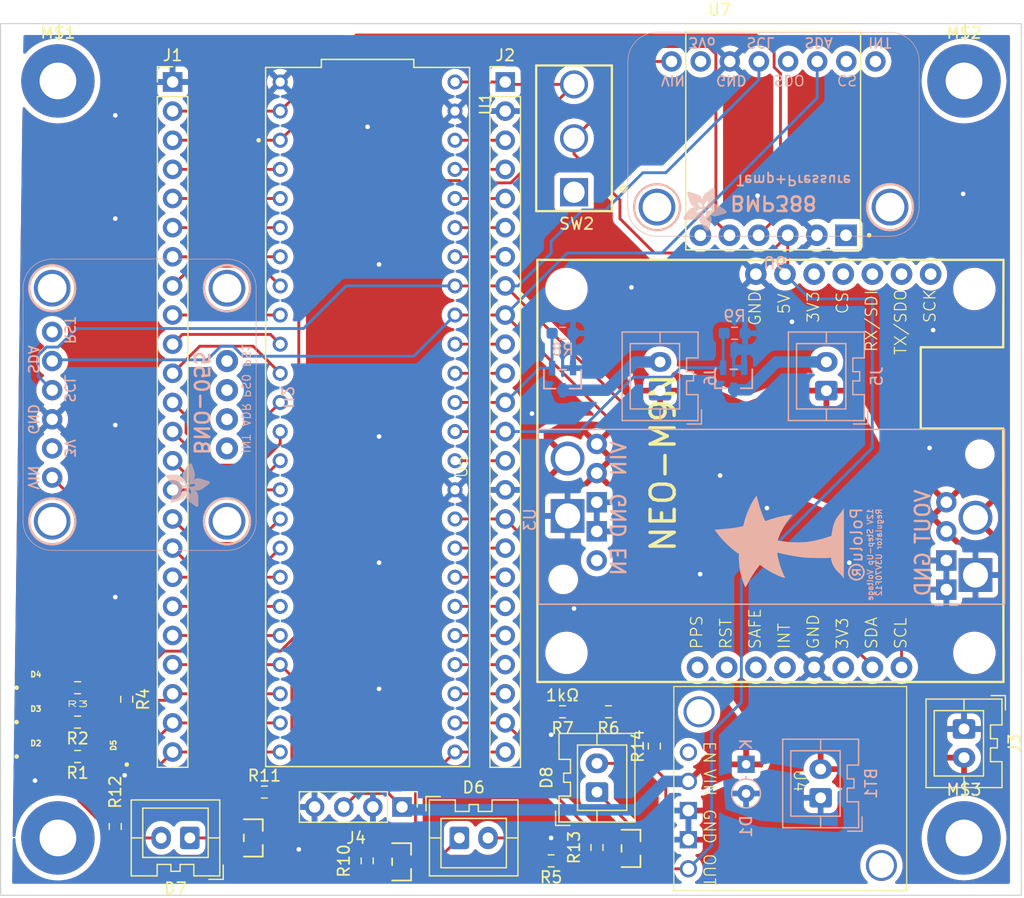
<source format=kicad_pcb>
(kicad_pcb (version 20221018) (generator pcbnew)
  (layers (0 "F.Cu" signal) (31 "B.Cu" signal) (34 "B.Paste" user) (35 "F.Paste" user) (36 "B.SilkS" user "B.Silkscreen") (37 "F.SilkS" user "F.Silkscreen") (38 "B.Mask" user) (39 "F.Mask" user) (44 "Edge.Cuts" user))
  (net 0 "")
  (net 1 "GND")
  (net 2 "/T0")
  (net 3 "/T2")
  (net 4 "/T3")
  (net 5 "/T4")
  (net 6 "/T5")
  (net 7 "/T6")
  (net 8 "/T7")
  (net 9 "/T8")
  (net 10 "/T9")
  (net 11 "/T10")
  (net 12 "/T11")
  (net 13 "/T12")
  (net 14 "/T3V3")
  (net 15 "/T25")
  (net 16 "/T26")
  (net 17 "/T27")
  (net 18 "/T28")
  (net 19 "/T29")
  (net 20 "/T30")
  (net 21 "/T31")
  (net 22 "/T32")
  (net 23 "+5V")
  (net 24 "/KSBatt")
  (net 25 "/T22")
  (net 26 "/T21")
  (net 27 "/T20")
  (net 28 "/SCL")
  (net 29 "/SDA")
  (net 30 "/T17")
  (net 31 "/T16")
  (net 32 "/T24")
  (net 33 "/T40")
  (net 34 "/T39")
  (net 35 "/T38")
  (net 36 "/T37")
  (net 37 "/T36")
  (net 38 "/T35")
  (net 39 "/T34")
  (net 40 "/T33")
  (net 41 "Net-(BT1-+)")
  (net 49 "+12V")
  (net 50 "Net-(J5-Pin_2)")
  (net 51 "Net-(J6-Pin_2)")
  (net 52 "/PWM1")
  (net 53 "/PWM2")
  (net 54 "Net-(D2-A)")
  (net 55 "Net-(D3-A)")
  (net 56 "Net-(D4-A)")
  (net 57 "TPwr")
  (net 58 "Net-(D5-A)")
  (net 60 "+BATT")
  (net 62 "Net-(D6-A)")
  (net 63 "/RX")
  (net 64 "/BADC")
  (net 67 "unconnected-(U5-SAFE-Pad3)")
  (net 68 "unconnected-(U5-INT-Pad4)")
  (net 81 "Net-(D6-K)")
  (net 82 "Net-(D7-K)")
  (net 83 "Net-(D7-A)")
  (net 84 "Net-(D8-K)")
  (net 85 "Net-(D8-A)")
  (net 86 "/T13")
  (net 87 "/T23")
  (footprint "MountingHole:MountingHole_3.2mm_M3_Pad" (layer "F.Cu") (at 119 118)
    (fp_text reference "M$3")
    (fp_text value "MountingHole_3.2mm_M3_Pad" hide)
  )
  (footprint "0603LED:LED_150060VS55040" (layer "F.Cu") (at 46 110 90)
    (fp_text reference "D5")
    (fp_text value "RLED")
  )
  (footprint "Resistor_SMD:R_0603_1608Metric_Pad0.98x0.95mm_HandSolder" (layer "F.Cu") (at 92 110 90)
    (fp_text reference "R14")
    (fp_text value "5Ω" hide)
  )
  (footprint "0603LED:LED_150060VS55040" (layer "F.Cu") (at 38 104.9)
    (fp_text reference "D4")
    (fp_text value "YLED" hide)
  )
  (footprint "Resistor_SMD:R_0603_1608Metric_Pad0.98x0.95mm_HandSolder" (layer "F.Cu") (at 41.7125 107.9 180)
    (fp_text reference "R2")
    (fp_text value "5Ω" hide)
  )
  (footprint "Connector_JST:JST_XA_B02B-XASK-1_1x02_P2.50mm_Vertical" (layer "F.Cu") (at 75 118)
    (fp_text reference "D6")
    (fp_text value "LED")
  )
  (footprint "Connector_JST:JST_XA_B02B-XASK-1_1x02_P2.50mm_Vertical" (layer "F.Cu") (at 87 114 90)
    (fp_text reference "D8")
    (fp_text value "LED")
  )
  (footprint "Connector_PinHeader_2.54mm:PinHeader_1x24_P2.54mm_Vertical" (layer "F.Cu") (at 79 52.09)
    (fp_text reference "J2")
    (fp_text value "Teensy Shield Right" hide)
  )
  (footprint "SHC Part 2:NEO-M9N" (layer "F.Cu") (at 75.7062 85.6317 90)
    (fp_text reference "U5")
    (fp_text value "NEO-M9N")
  )
  (footprint "SHC Part 2:OpenLog_DEV-13712" (layer "F.Cu") (at 102.3625 57.2)
    (fp_text reference "U7")
    (fp_text value "DEV-13712")
  )
  (footprint "Resistor_SMD:R_0603_1608Metric_Pad0.98x0.95mm_HandSolder" (layer "F.Cu") (at 41.7125 104.9 180)
    (fp_text reference "R3")
    (fp_text value "65Ω" hide)
  )
  (footprint "Resistor_SMD:R_0603_1608Metric_Pad0.98x0.95mm_HandSolder" (layer "F.Cu") (at 87 118.829998 -90)
    (fp_text reference "R13")
    (fp_text value "10k" hide)
  )
  (footprint "Resistor_SMD:R_0603_1608Metric_Pad0.98x0.95mm_HandSolder" (layer "F.Cu") (at 84 107 180)
    (fp_text reference "R7")
    (fp_text value "1kΩ")
  )
  (footprint "1101M Switch:SW_1101M2S3CQE2" (layer "F.Cu") (at 85 57 180)
    (fp_text reference "SW2")
    (fp_text value "Pwr Sw")
  )
  (footprint "Connector_JST:JST_XA_B02B-XASK-1_1x02_P2.50mm_Vertical" (layer "F.Cu") (at 51.5 118 180)
    (fp_text reference "D7")
    (fp_text value "LED")
  )
  (footprint "Resistor_SMD:R_0603_1608Metric_Pad0.98x0.95mm_HandSolder" (layer "F.Cu") (at 41.7125 110.9 180)
    (fp_text reference "R1")
    (fp_text value "5Ω" hide)
  )
  (footprint "Connector_PinHeader_2.54mm:PinHeader_1x04_P2.54mm_Vertical" (layer "F.Cu") (at 70 115.3 -90)
    (fp_text reference "J4")
    (fp_text value "Pwr Conn")
  )
  (footprint "Resistor_SMD:R_0603_1608Metric_Pad0.98x0.95mm_HandSolder" (layer "F.Cu") (at 45 117 90)
    (fp_text reference "R12")
    (fp_text value "5Ω" hide)
  )
  (footprint "Resistor_SMD:R_0603_1608Metric_Pad0.98x0.95mm_HandSolder" (layer "F.Cu") (at 83 120 180)
    (fp_text reference "R5")
    (fp_text value "5Ω" hide)
  )
  (footprint "MountingHole:MountingHole_3.2mm_M3_Pad" (layer "F.Cu") (at 40 118)
    (fp_text reference "M$4" hide)
    (fp_text value "MountingHole_3.2mm_M3_Pad" hide)
  )
  (footprint "Connector_JST:JST_XA_B02B-XASK-1_1x02_P2.50mm_Vertical" (layer "F.Cu") (at 119 108.5 -90)
    (fp_text reference "J3")
    (fp_text value "Conn")
  )
  (footprint "Resistor_SMD:R_0603_1608Metric_Pad0.98x0.95mm_HandSolder" (layer "F.Cu") (at 46 105.9125 -90)
    (fp_text reference "R4")
    (fp_text value "150Ω")
  )
  (footprint "SHC:SOT23_DMG3406_DIO" (layer "F.Cu") (at 89.9652 118.914999 -90)
    (fp_text reference "Q5" hide)
    (fp_text value "NMOS" hide)
  )
  (footprint "0603LED:LED_150060VS55040" (layer "F.Cu") (at 38 107.9)
    (fp_text reference "D3")
    (fp_text value "BLED" hide)
  )
  (footprint "MountingHole:MountingHole_3.2mm_M3_Pad" (layer "F.Cu") (at 40 52)
    (fp_text reference "M$1")
    (fp_text value "MountingHole_3.2mm_M3_Pad" hide)
  )
  (footprint "0603LED:LED_150060VS55040" (layer "F.Cu") (at 38 110.9)
    (fp_text reference "D2")
    (fp_text value "GLED" hide)
  )
  (footprint "SHC:SOT23_DMG3406_DIO" (layer "F.Cu") (at 57.0348 118 -90)
    (fp_text reference "Q4" hide)
    (fp_text value "NMOS" hide)
  )
  (footprint "Resistor_SMD:R_0603_1608Metric_Pad0.98x0.95mm_HandSolder" (layer "F.Cu") (at 58 114)
    (fp_text reference "R11")
    (fp_text value "10k")
  )
  (footprint "SHC:Pololu 5v Reg" (layer "F.Cu") (at 104 112.5 -90)
    (fp_text reference "U4")
    (fp_text value "D24V50F5" hide)
  )
  (footprint "Resistor_SMD:R_0603_1608Metric_Pad0.98x0.95mm_HandSolder" (layer "F.Cu") (at 88 107 180)
    (fp_text reference "R6")
    (fp_text value "5000Ω")
  )
  (footprint "Teensy 4.1:MODULE_Teensy4-1" (layer "F.Cu") (at 67 81.3 -90)
    (fp_text reference "U1")
    (fp_text value "Teensy 4.1 - Microcontroller")
  )
  (footprint "MountingHole:MountingHole_3.2mm_M3_Pad" (layer "F.Cu") (at 119 52)
    (fp_text reference "M$2")
    (fp_text value "MountingHole_3.2mm_M3_Pad" hide)
  )
  (footprint "Connector_PinHeader_2.54mm:PinHeader_1x24_P2.54mm_Vertical" (layer "F.Cu") (at 50 52.09)
    (fp_text reference "J1")
    (fp_text value "Teensy Shield Left" hide)
  )
  (footprint "Resistor_SMD:R_0603_1608Metric_Pad0.98x0.95mm_HandSolder" (layer "F.Cu") (at 66.9652 120 -90)
    (fp_text reference "R10")
    (fp_text value "10k" hide)
  )
  (footprint "SHC:SOT23_DMG3406_DIO" (layer "F.Cu") (at 69.9652 120.085001 -90)
    (fp_text reference "Q3" hide)
    (fp_text value "NMOS" hide)
  )
  (footprint "SHC:SOT23_DMG3406_DIO" (layer "B.Cu") (at 84 78)
    (fp_text reference "Q2" hide)
    (fp_text value "NMOS" hide)
  )
  (footprint "Connector_JST:JST_XA_B02B-XASK-1_1x02_P2.50mm_Vertical" (layer "B.Cu") (at 106.5 114.5 90)
    (fp_text reference "BT1")
    (fp_text value "Battery")
  )
  (footprint "SHC:BNO-055 Stemma Qt" (layer "B.Cu") (at 59.5 79.58 90)
    (fp_text reference "U2")
    (fp_text value "BNO-055")
  )
  (footprint "Resistor_SMD:R_0603_1608Metric_Pad0.98x0.95mm_HandSolder" (layer "B.Cu") (at 84 74)
    (fp_text reference "R8")
    (fp_text value "10k")
  )
  (footprint "SHC:U3V70F12" (layer "B.Cu") (at 81.65 90 -90)
    (fp_text reference "U3")
    (fp_text value "U3V70F12")
  )
  (footprint "SHC:SOT23_DMG3406_DIO" (layer "B.Cu") (at 98.914999 77.9652)
    (fp_text reference "Q1" hide)
    (fp_text value "NMOS" hide)
  )
  (footprint "Resistor_SMD:R_0603_1608Metric_Pad0.98x0.95mm_HandSolder" (layer "B.Cu") (at 99 74)
    (fp_text reference "R9")
    (fp_text value "10k" hide)
  )
  (footprint "Connector_JST:JST_XA_B02B-XASK-1_1x02_P2.50mm_Vertical" (layer "B.Cu") (at 92.5 79 90)
    (fp_text reference "J6")
    (fp_text value "Solenoid #2")
  )
  (footprint "Connector_JST:JST_XA_B02B-XASK-1_1x02_P2.50mm_Vertical" (layer "B.Cu") (at 107 79 90)
    (fp_text reference "J5")
    (fp_text value "Solenoid #1")
  )
  (footprint "SHC:BMP388" (layer "B.Cu") (at 102.5 67.3)
    (fp_text reference "U6")
    (fp_text value "BMP388")
  )
  (footprint "Diode_THT:D_DO-34_SOD68_P2.54mm_Vertical_KathodeUp" (layer "B.Cu") (at 100 111.58467 -90)
    (fp_text reference "D1")
    (fp_text value "10A Diode" hide)
  )
  (gr_rect (start 35 47) (end 124 123) (stroke (width 0.1)) (fill none) (layer "Edge.Cuts"))
  (segment (start 68.9125 120.9125) (end 69 121) (width 0.25) (layer "F.Cu") (net 1))
  (segment (start 87.0875 119.829998) (end 87 119.742498) (width 0.25) (layer "F.Cu") (net 1))
  (segment (start 89 119.829998) (end 87.0875 119.829998) (width 0.25) (layer "F.Cu") (net 1))
  (segment (start 105.9322 65.6953) (end 106.1725 65.455) (width 0.25) (layer "F.Cu") (net 1))
  (segment (start 66.9652 120.9125) (end 68.9125 120.9125) (width 0.25) (layer "F.Cu") (net 1))
  (via (at 116 84) (size 0.8) (drill 0.4) (layers "F.Cu" "B.Cu") (net 1))
  (via (at 101.818987 89.241825) (size 0.8) (drill 0.4) (layers "F.Cu" "B.Cu") (net 1))
  (via (at 101 62) (size 0.8) (drill 0.4) (layers "F.Cu" "B.Cu") (net 1))
  (via (at 68 68) (size 0.8) (drill 0.4) (layers "F.Cu" "B.Cu") (net 1))
  (via (at 96 95) (size 0.8) (drill 0.4) (layers "F.Cu" "B.Cu") (net 1))
  (via (at 116.310516 73.72581) (size 0.8) (drill 0.4) (layers "F.Cu" "B.Cu") (net 1))
  (via (at 67 56) (size 0.8) (drill 0.4) (layers "F.Cu" "B.Cu") (net 1))
  (via (at 83 109) (size 0.8) (drill 0.4) (layers "F.Cu" "B.Cu") (net 1))
  (via (at 109 94) (size 0.8) (drill 0.4) (layers "F.Cu" "B.Cu") (net 1))
  (via (at 90 70) (size 0.8) (drill 0.4) (layers "F.Cu" "B.Cu") (net 1))
  (via (at 83 118) (size 0.8) (drill 0.4) (layers "F.Cu" "B.Cu") (net 1))
  (via (at 81.326874 81) (size 0.8) (drill 0.4) (layers "F.Cu" "B.Cu") (net 1))
  (via (at 68 94) (size 0.8) (drill 0.4) (layers "F.Cu" "B.Cu") (net 1))
  (via (at 68 83) (size 0.8) (drill 0.4) (layers "F.Cu" "B.Cu") (net 1))
  (via (at 45 55) (size 0.8) (drill 0.4) (layers "F.Cu" "B.Cu") (net 1))
  (via (at 85 98) (size 0.8) (drill 0.4) (layers "F.Cu" "B.Cu") (net 1))
  (via (at 68 105) (size 0.8) (drill 0.4) (layers "F.Cu" "B.Cu") (net 1))
  (via (at 45 97) (size 0.8) (drill 0.4) (layers "F.Cu" "B.Cu") (net 1))
  (via (at 38 113) (size 0.8) (drill 0.4) (layers "F.Cu" "B.Cu") (net 1))
  (via (at 45.819183 112.540107) (size 0.8) (drill 0.4) (layers "F.Cu" "B.Cu") (net 1))
  (via (at 97.72842 86.402085) (size 0.8) (drill 0.4) (layers "F.Cu" "B.Cu") (net 1))
  (via (at 118.926404 61.846682) (size 0.8) (drill 0.4) (layers "F.Cu" "B.Cu") (net 1))
  (via (at 61 119) (size 0.8) (drill 0.4) (layers "F.Cu" "B.Cu") (net 1))
  (via (at 45 82) (size 0.8) (drill 0.4) (layers "F.Cu" "B.Cu") (net 1))
  (via (at 45 64) (size 0.8) (drill 0.4) (layers "F.Cu" "B.Cu") (net 1))
  (via (at 104 73) (size 0.8) (drill 0.4) (layers "F.Cu" "B.Cu") (net 1))
  (segment (start 99.829998 77) (end 99.829998 74.082502) (width 0.25) (layer "B.Cu") (net 1))
  (segment (start 84.914999 77.0348) (end 84.914999 74.002499) (width 0.25) (layer "B.Cu") (net 1))
  (segment (start 99.829998 74.082502) (end 99.9125 74) (width 0.25) (layer "B.Cu") (net 1))
  (segment (start 84.914999 74.002499) (end 84.9125 74) (width 0.25) (layer "B.Cu") (net 1))
  (segment (start 99.914999 74.002499) (end 99.9125 74) (width 0.25) (layer "B.Cu") (net 1))
  (segment (start 67 114.84) (end 67.46 115.3) (width 0.25) (layer "B.Cu") (net 1))
  (segment (start 103 63.5475) (end 101.0925 65.455) (width 0.25) (layer "F.Cu") (net 2))
  (segment (start 102.446 50.802856) (end 103 51.356856) (width 0.25) (layer "F.Cu") (net 2))
  (segment (start 102.446 49.551322) (end 102.446 50.802856) (width 0.25) (layer "F.Cu") (net 2))
  (segment (start 66.01 48) (end 100.894678 48) (width 0.25) (layer "F.Cu") (net 2))
  (segment (start 103 51.356856) (end 103 63.5475) (width 0.25) (layer "F.Cu") (net 2))
  (segment (start 59.38 54.63) (end 66.01 48) (width 0.25) (layer "F.Cu") (net 2))
  (segment (start 59.38 54.63) (end 50 54.63) (width 0.25) (layer "F.Cu") (net 2))
  (segment (start 100.894678 48) (end 102.446 49.551322) (width 0.25) (layer "F.Cu") (net 2))
  (segment (start 50 59.71) (end 59.38 59.71) (width 0.25) (layer "F.Cu") (net 3))
  (segment (start 59.38 62.25) (end 50 62.25) (width 0.25) (layer "F.Cu") (net 4))
  (segment (start 50 64.79) (end 59.38 64.79) (width 0.25) (layer "F.Cu") (net 5))
  (segment (start 59.38 67.33) (end 50 67.33) (width 0.25) (layer "F.Cu") (net 6))
  (segment (start 57.655 68.145) (end 59.38 69.87) (width 0.25) (layer "F.Cu") (net 7))
  (segment (start 51.725 68.145) (end 57.655 68.145) (width 0.25) (layer "F.Cu") (net 7))
  (segment (start 50 69.87) (end 51.725 68.145) (width 0.25) (layer "F.Cu") (net 7))
  (segment (start 59.38 72.41) (end 50 72.41) (width 0.25) (layer "F.Cu") (net 8))
  (segment (start 50 74.95) (end 50.85 74.1) (width 0.25) (layer "F.Cu") (net 9))
  (segment (start 58.53 74.1) (end 59.38 74.95) (width 0.25) (layer "F.Cu") (net 9))
  (segment (start 50.85 74.1) (end 58.53 74.1) (width 0.25) (layer "F.Cu") (net 9))
  (segment (start 57.0198 75.1298) (end 59.38 77.49) (width 0.25) (layer "F.Cu") (net 10))
  (segment (start 50 77.49) (end 52.3602 75.1298) (width 0.25) (layer "F.Cu") (net 10))
  (segment (start 52.3602 75.1298) (end 57.0198 75.1298) (width 0.25) (layer "F.Cu") (net 10))
  (segment (start 59.38 80.03) (end 56.313604 83.096396) (width 0.25) (layer "F.Cu") (net 11))
  (segment (start 56.313604 84.736396) (end 55.55 85.5) (width 0.25) (layer "F.Cu") (net 11))
  (segment (start 55.55 85.5) (end 54 85.5) (width 0.25) (layer "F.Cu") (net 11))
  (segment (start 54 85.5) (end 51.175 82.675) (width 0.25) (layer "F.Cu") (net 11))
  (segment (start 56.313604 83.096396) (end 56.313604 84.736396) (width 0.25) (layer "F.Cu") (net 11))
  (segment (start 51.175 81.205) (end 50 80.03) (width 0.25) (layer "F.Cu") (net 11))
  (segment (start 51.175 82.675) (end 51.175 81.205) (width 0.25) (layer "F.Cu") (net 11))
  (segment (start 52 84.57) (end 52 85.5) (width 0.25) (layer "F.Cu") (net 12))
  (segment (start 50 82.57) (end 52 84.57) (width 0.25) (layer "F.Cu") (net 12))
  (segment (start 53 86.5) (end 56.5 86.5) (width 0.25) (layer "F.Cu") (net 12))
  (segment (start 56.5 86.5) (end 59.38 83.62) (width 0.25) (layer "F.Cu") (net 12))
  (segment (start 59.38 83.62) (end 59.38 82.57) (width 0.25) (layer "F.Cu") (net 12))
  (segment (start 52 85.5) (end 53 86.5) (width 0.25) (layer "F.Cu") (net 12))
  (segment (start 59.38 85.11) (end 57.49 87) (width 0.25) (layer "F.Cu") (net 13))
  (segment (start 57.49 87) (end 51.89 87) (width 0.25) (layer "F.Cu") (net 13))
  (segment (start 51.89 87) (end 50 85.11) (width 0.25) (layer "F.Cu") (net 13))
  (segment (start 50 87.65) (end 59.38 87.65) (width 0.25) (layer "F.Cu") (net 14))
  (segment (start 79 57.17) (end 74.62 57.17) (width 0.25) (layer "F.Cu") (net 14))
  (segment (start 51.27 94) (end 58.11 94) (width 0.25) (layer "F.Cu") (net 15))
  (segment (start 58.11 94) (end 59.38 92.73) (width 0.25) (layer "F.Cu") (net 15))
  (segment (start 50 92.73) (end 51.27 94) (width 0.25) (layer "F.Cu") (net 15))
  (segment (start 50 95.27) (end 59.38 95.27) (width 0.25) (layer "F.Cu") (net 16))
  (segment (start 59.38 97.81) (end 50 97.81) (width 0.25) (layer "F.Cu") (net 17))
  (segment (start 50 100.35) (end 59.38 100.35) (width 0.25) (layer "F.Cu") (net 18))
  (segment (start 57.8875 113.2) (end 58.8 113.2) (width 0.25) (layer "F.Cu") (net 19))
  (segment (start 60.398896 111.601104) (end 60.398896 103.908896) (width 0.25) (layer "F.Cu") (net 19))
  (segment (start 56.0696 117.085001) (end 56.0696 115.0179) (width 0.25) (layer "F.Cu") (net 19))
  (segment (start 57.0875 114) (end 57.8875 113.2) (width 0.25) (layer "F.Cu") (net 19))
  (segment (start 56.0696 115.0179) (end 57.0875 114) (width 0.25) (layer "F.Cu") (net 19))
  (segment (start 59.38 102.89) (end 50 102.89) (width 0.25) (layer "F.Cu") (net 19))
  (segment (start 60.398896 103.908896) (end 59.38 102.89) (width 0.25) (layer "F.Cu") (net 19))
  (segment (start 58.8 113.2) (end 60.398896 111.601104) (width 0.25) (layer "F.Cu") (net 19))
  (segment (start 50 105.43) (end 59.38 105.43) (width 0.25) (layer "F.Cu") (net 20))
  (segment (start 42.625 104.9) (end 43.725 106) (width 0.25) (layer "F.Cu") (net 20))
  (segment (start 49.43 106) (end 50 105.43) (width 0.25) (layer "F.Cu") (net 20))
  (segment (start 43.725 106) (end 49.43 106) (width 0.25) (layer "F.Cu") (net 20))
  (segment (start 43.725 109) (end 44.725 109) (width 0.25) (layer "F.Cu") (net 21))
  (segment (start 42.625 107.9) (end 43.725 109) (width 0.25) (layer "F.Cu") (net 21))
  (segment (start 45.3 109.575) (end 45.3 109.925) (width 0.25) (layer "F.Cu") (net 21))
  (segment (start 59.38 107.97) (end 50 107.97) (width 0.25) (layer "F.Cu") (net 21))
  (segment (start 45.375 110) (end 47.97 110) (width 0.25) (layer "F.Cu") (net 21))
  (segment (start 47.97 110) (end 50 107.97) (width 0.25) (layer "F.Cu") (net 21))
  (segment (start 44.725 109) (end 45.3 109.575) (width 0.25) (layer "F.Cu") (net 21))
  (segment (start 45.3 109.925) (end 45.375 110) (width 0.25) (layer "F.Cu") (net 21))
  (segment (start 42.625 111.7625) (end 44.8625 114) (width 0.25) (layer "F.Cu") (net 22))
  (segment (start 42.625 110.9) (end 42.625 111.7625) (width 0.25) (layer "F.Cu") (net 22))
  (segment (start 44.8625 114) (end 46.51 114) (width 0.25) (layer "F.Cu") (net 22))
  (segment (start 46.51 114) (end 50 110.51) (width 0.25) (layer "F.Cu") (net 22))
  (segment (start 50 110.51) (end 59.38 110.51) (width 0.25) (layer "F.Cu") (net 22))
  (segment (start 103.6325 65.455) (end 103.6325 68.602) (width 0.25) (layer "F.Cu") (net 23))
  (segment (start 92 67) (end 102.0875 67) (width 0.25) (layer "F.Cu") (net 23))
  (segment (start 45 121) (end 45.774499 121.774499) (width 0.25) (layer "F.Cu") (net 23))
  (segment (start 41.8125 88.8925) (end 39.5 86.58) (width 0.25) (layer "F.Cu") (net 23))
  (segment (start 45 117.9125) (end 45 121) (width 0.25) (layer "F.Cu") (net 23))
  (segment (start 92 110.9125) (end 92 111.9125) (width 0.25) (layer "F.Cu") (net 23))
  (segment (start 84 121.774499) (end 92.225501 121.774499) (width 0.25) (layer "F.Cu") (net 23))
  (segment (start 89 62.366206) (end 89 64) (width 0.25) (layer "F.Cu") (net 23))
  (segment (start 93 121) (end 93.31 120.69) (width 0.25) (layer "F.Cu") (net 23))
  (segment (start 89 64) (end 92 67) (width 0.25) (layer "F.Cu") (net 23))
  (segment (start 85 58.366206) (end 89 62.366206) (width 0.25) (layer "F.Cu") (net 23))
  (segment (start 92.225501 121.774499) (end 93 121) (width 0.25) (layer "F.Cu") (net 23))
  (segment (start 41.8125 114.725) (end 41.8125 88.8925) (width 0.25) (layer "F.Cu") (net 23))
  (segment (start 92 111.9125) (end 93 112.9125) (width 0.25) (layer "F.Cu") (net 23))
  (segment (start 85 57) (end 85 58.366206) (width 0.25) (layer "F.Cu") (net 23))
  (segment (start 102.0875 67) (end 103.6325 65.455) (width 0.25) (layer "F.Cu") (net 23))
  (segment (start 84 120.0875) (end 84 121.774499) (width 0.25) (layer "F.Cu") (net 23))
  (segment (start 45 117.9125) (end 41.8125 114.725) (width 0.25) (layer "F.Cu") (net 23))
  (segment (start 45.774499 121.774499) (end 84 121.774499) (width 0.25) (layer "F.Cu") (net 23))
  (segment (start 93 121) (end 93 112.9125) (width 0.25) (layer "F.Cu") (net 23))
  (segment (start 93.31 120.69) (end 94.97 120.69) (width 0.25) (layer "F.Cu") (net 23))
  (segment (start 103.6325 68.602) (end 103.3922 68.8423) (width 0.25) (layer "F.Cu") (net 23))
  (segment (start 83.9125 120) (end 84 120.0875) (width 0.25) (layer "F.Cu") (net 23))
  (segment (start 93.5 50.3) (end 91.7 50.3) (width 0.25) (layer "F.Cu") (net 23))
  (segment (start 91.7 50.3) (end 85 57) (width 0.25) (layer "F.Cu") (net 23))
  (segment (start 94.97 120.69) (end 97 118.66) (width 0.25) (layer "B.Cu") (net 23))
  (segment (start 105.5499 71) (end 103.3922 68.8423) (width 0.25) (layer "B.Cu") (net 23))
  (segment (start 99.5874 106.185798) (end 99.5874 95.4126) (width 0.25) (layer "B.Cu") (net 23))
  (segment (start 97 118.66) (end 97 108.773198) (width 0.25) (layer "B.Cu") (net 23))
  (segment (start 99.5874 95.4126) (end 111 84) (width 0.25) (layer "B.Cu") (net 23))
  (segment (start 97 108.773198) (end 99.5874 106.185798) (width 0.25) (layer "B.Cu") (net 23))
  (segment (start 111 71) (end 105.5499 71) (width 0.25) (layer "B.Cu") (net 23))
  (segment (start 111 84) (end 111 71) (width 0.25) (layer "B.Cu") (net 23))
  (segment (start 74.62 62.25) (end 79 62.25) (width 0.25) (layer "F.Cu") (net 25))
  (segment (start 74.62 64.79) (end 79 64.79) (width 0.25) (layer "F.Cu") (net 26))
  (segment (start 74.62 67.33) (end 79 67.33) (width 0.25) (layer "F.Cu") (net 27))
  (segment (start 111 99) (end 108.13 99) (width 0.25) (layer "F.Cu") (net 28))
  (segment (start 108.13 99) (end 79 69.87) (width 0.25) (layer "F.Cu") (net 28))
  (segment (start 113.5522 103.1323) (end 113.5522 101.5522) (width 0.25) (layer "F.Cu") (net 28))
  (segment (start 79 69.87) (end 74.62 69.87) (width 0.25) (layer "F.Cu") (net 28))
  (segment (start 113.5522 101.5522) (end 111 99) (width 0.25) (layer "F.Cu") (net 28))
  (segment (start 38.286 75.917144) (end 38.997144 75.206) (width 0.25) (layer "B.Cu") (net 28))
  (segment (start 83 67) (end 83 66) (width 0.25) (layer "B.Cu") (net 28))
  (segment (start 83 67) (end 80.13 69.87) (width 0.25) (layer "B.Cu") (net 28))
  (segment (start 87.75 63.25) (end 91 60) (width 0.25) (layer "B.Cu") (net 28))
  (segment (start 38.286 77.746) (end 38.286 75.917144) (width 0.25) (layer "B.Cu") (net 28))
  (segment (start 41.623856 73.585) (end 61.415 73.585) (width 0.25) (layer "B.Cu") (net 28))
  (segment (start 101.12 51.88) (end 101.12 50.3) (width 0.25) (layer "B.Cu") (net 28))
  (segment (start 39.5 78.96) (end 38.286 77.746) (width 0.25) (layer "B.Cu") (net 28))
  (segment (start 38.997144 75.206) (end 40.002856 75.206) (width 0.25) (layer "B.Cu") (net 28))
  (segment (start 93 60) (end 101.12 51.88) (width 0.25) (layer "B.Cu") (net 28))
  (segment (start 79 69.87) (end 79.13 69.87) (width 0.25) (layer "B.Cu") (net 28))
  (segment (start 85.75 63.25) (end 87.75 63.25) (width 0.25) (layer "B.Cu") (net 28))
  (segment (start 83 66) (end 85.75 63.25) (width 0.25) (layer "B.Cu") (net 28))
  (segment (start 80.13 69.87) (end 79 69.87) (width 0.25) (layer "B.Cu") (net 28))
  (segment (start 65.13 69.87) (end 74.62 69.87) (width 0.25) (layer "B.Cu") (net 28))
  (segment (start 40.002856 75.206) (end 41.623856 73.585) (width 0.25) (layer "B.Cu") (net 28))
  (segment (start 91 60) (end 93 60) (width 0.25) (layer "B.Cu") (net 28))
  (segment (start 61.415 73.585) (end 65.13 69.87) (width 0.25) (layer "B.Cu") (net 28))
  (segment (start 111.0122 103.0122) (end 111.0122 103.1323) (width 0.25) (layer "F.Cu") (net 29))
  (segment (start 74.62 72.41) (end 79 72.41) (width 0.25) (layer "F.Cu") (net 29))
  (segment (start 90.04 83.45) (end 91.45 83.45) (width 0.25) (layer "F.Cu") (net 29))
  (segment (start 79 72.41) (end 90.04 83.45) (width 0.25) (layer "F.Cu") (net 29))
  (segment (start 91.45 83.45) (end 111.0122 103.0122) (width 0.25) (layer "F.Cu") (net 29))
  (segment (start 55.274419 75.1298) (end 56.144619 76) (width 0.25) (layer "B.Cu") (net 29))
  (segment (start 56.144619 76) (end 71.03 76) (width 0.25) (layer "B.Cu") (net 29))
  (segment (start 71.03 76) (end 74.62 72.41) (width 0.25) (layer "B.Cu") (net 29))
  (segment (start 54.205581 75.1298) (end 55.274419 75.1298) (width 0.25) (layer "B.Cu") (net 29))
  (segment (start 53.020381 76.315) (end 54.205581 75.1298) (width 0.25) (layer "B.Cu") (net 29))
  (segment (start 39.5 76.19) (end 39.5 76.271701) (width 0.25) (layer "B.Cu") (net 29))
  (segment (start 106.2 53.478802) (end 106.2 50.3) (width 0.25) (layer "B.Cu") (net 29))
  (segment (start 84.41 67) (end 92.678802 67) (width 0.25) (layer "B.Cu") (net 29))
  (segment (start 79 72.41) (end 84.41 67) (width 0.25) (layer "B.Cu") (net 29))
  (segment (start 92.678802 67) (end 106.2 53.478802) (width 0.25) (layer "B.Cu") (net 29))
  (segment (start 39.5 76.42) (end 39.605 76.315) (width 0.25) (layer "B.Cu") (net 29))
  (segment (start 39.605 76.315) (end 53.020381 76.315) (width 0.25) (layer "B.Cu") (net 29))
  (segment (start 74.62 74.95) (end 79 74.95) (width 0.25) (layer "F.Cu") (net 30))
  (segment (start 74.62 77.49) (end 79 77.49) (width 0.25) (layer "F.Cu") (net 31))
  (segment (start 50 90.19) (end 52.134484 92.324484) (width 0.25) (layer "F.Cu") (net 32))
  (segment (start 52.134484 92.324484) (end 57.245516 92.324484) (width 0.25) (layer "F.Cu") (net 32))
  (segment (start 57.245516 92.324484) (end 59.38 90.19) (width 0.25) (layer "F.Cu") (net 32))
  (segment (start 74.62 92.73) (end 79 92.73) (width 0.25) (layer "F.Cu") (net 33))
  (segment (start 74.62 95.27) (end 79 95.27) (width 0.25) (layer "F.Cu") (net 34))
  (segment (start 74.62 97.81) (end 79 97.81) (width 0.25) (layer "F.Cu") (net 35))
  (segment (start 74.62 100.35) (end 79 100.35) (width 0.25) (layer "F.Cu") (net 36))
  (segment (start 74.62 102.89) (end 79 102.89) (width 0.25) (layer "F.Cu") (net 37))
  (segment (start 74.62 105.43) (end 79 105.43) (width 0.25) (layer "F.Cu") (net 38))
  (segment (start 87 117.917498) (end 81 111.917498) (width 0.25) (layer "F.Cu") (net 39))
  (segment (start 81 111.917498) (end 81 109.97) (width 0.25) (layer "F.Cu") (net 39))
  (segment (start 81 109.97) (end 79 107.97) (width 0.25) (layer "F.Cu") (net 39))
  (segment (start 87 117.917498) (end 88.917498 117.917498) (width 0.25) (layer "F.Cu") (net 39))
  (segment (start 74.62 107.97) (end 79 107.97) (width 0.25) (layer "F.Cu") (net 39))
  (segment (start 88.917498 117.917498) (end 89 118) (width 0.25) (layer "F.Cu") (net 39))
  (segment (start 68.917498 119.0875) (end 69 119.170002) (width 0.25) (layer "F.Cu") (net 40))
  (segment (start 71.175 116.995002) (end 69 119.170002) (width 0.25) (layer "F.Cu") (net 40))
  (segment (start 66.9652 119.0875) (end 68.917498 119.0875) (width 0.25) (layer "F.Cu") (net 40))
  (segment (start 74.62 110.51) (end 71.175 113.955) (width 0.25) (layer "F.Cu") (net 40))
  (segment (start 74.62 110.51) (end 79 110.51) (width 0.25) (layer "F.Cu") (net 40))
  (segment (start 71.175 113.955) (end 71.175 116.995002) (width 0.25) (layer "F.Cu") (net 40))
  (segment (start 107 76.5) (end 102.644398 76.5) (width 1) (layer "B.Cu") (net 50))
  (segment (start 102.644398 76.5) (end 100.213998 78.9304) (width 1) (layer "B.Cu") (net 50))
  (segment (start 100.213998 78.9304) (end 98.914999 78.9304) (width 1) (layer "B.Cu") (net 50))
  (segment (start 87.868074 78.9652) (end 84 78.9652) (width 1) (layer "B.Cu") (net 51))
  (segment (start 90.333274 76.5) (end 87.868074 78.9652) (width 1) (layer "B.Cu") (net 51))
  (segment (start 92.5 76.5) (end 90.333274 76.5) (width 1) (layer "B.Cu") (net 51))
  (segment (start 74.62 82.57) (end 79 82.57) (width 0.25) (layer "F.Cu") (net 52))
  (segment (start 98 74.0875) (end 98.0875 74) (width 0.25) (layer "B.Cu") (net 52))
  (segment (start 94.288173 77) (end 93.463173 77.825) (width 0.25) (layer "B.Cu") (net 52))
  (segment (start 98 77) (end 98 74.0875) (width 0.25) (layer "B.Cu") (net 52))
  (segment (start 93.463173 77.825) (end 90.175 77.825) (width 0.25) (layer "B.Cu") (net 52))
  (segment (start 90.175 77.825) (end 85.43 82.57) (width 0.25) (layer "B.Cu") (net 52))
  (segment (start 85.43 82.57) (end 79 82.57) (width 0.25) (layer "B.Cu") (net 52))
  (segment (start 98 77) (end 94.288173 77) (width 0.25) (layer "B.Cu") (net 52))
  (segment (start 74.62 80.03) (end 79 80.03) (width 0.25) (layer "F.Cu") (net 53))
  (segment (start 79 80.03) (end 81.9952 77.0348) (width 0.25) (layer "B.Cu") (net 53))
  (segment (start 81.9952 77.0348) (end 83.085001 77.0348) (width 0.25) (layer "B.Cu") (net 53))
  (segment (start 83.085001 74.002499) (end 83.085001 77.0348) (width 0.25) (layer "B.Cu") (net 53))
  (segment (start 83.0875 74) (end 83.085001 74.002499) (width 0.25) (layer "B.Cu") (net 53))
  (segment (start 40.8 110.9) (end 38.8 110.9) (width 0.25) (layer "F.Cu") (net 54))
  (segment (start 38.8 107.9) (end 40.8 107.9) (width 0.25) (layer "F.Cu") (net 55))
  (segment (start 40.8 104.9) (end 38.8 104.9) (width 0.25) (layer "F.Cu") (net 56))
  (segment (start 66.021 60.689) (end 75.025516 60.689) (width 0.25) (layer "F.Cu") (net 57))
  (segment (start 85 52.3) (end 79.21 52.3) (width 0.25) (layer "F.Cu") (net 57))
  (segment (start 83 57.371701) (end 83 54.3) (width 0.25) (layer "F.Cu") (net 57))
  (segment (start 79.486701 60.885) (end 83 57.371701) (width 0.25) (layer "F.Cu") (net 57))
  (segment (start 61 100.114516) (end 61 65.71) (width 0.25) (layer "F.Cu") (net 57))
  (segment (start 75.221516 60.885) (end 79.486701 60.885) (width 0.25) (layer "F.Cu") (net 57))
  (segment (start 74.62 52.09) (end 79 52.09) (width 0.25) (layer "F.Cu") (net 57))
  (segment (start 49.285 101.715) (end 59.399516 101.715) (width 0.25) (layer "F.Cu") (net 57))
  (segment (start 46 105) (end 49.285 101.715) (width 0.25) (layer "F.Cu") (net 57))
  (segment (start 85.79 52.09) (end 86 52.3) (width 0.25) (layer "F.Cu") (net 57))
  (segment (start 79.21 52.3) (end 79 52.09) (width 0.25) (layer "F.Cu") (net 57))
  (segment (start 59.399516 101.715) (end 61 100.114516) (width 0.25) (layer "F.Cu") (net 57))
  (segment (start 75.025516 60.689) (end 75.221516 60.885) (width 0.25) (layer "F.Cu") (net 57))
  (segment (start 83 54.3) (end 85 52.3) (width 0.25) (layer "F.Cu") (net 57))
  (segment (start 61 65.71) (end 66.021 60.689) (width 0.25) (layer "F.Cu") (net 57))
  (segment (start 46 106.825) (end 46 109.2) (width 0.25) (layer "F.Cu") (net 58))
  (segment (start 64.92 115.3) (end 66.095 114.125) (width 0.25) (layer "F.Cu") (net 60))
  (segment (start 66.095 114.125) (end 68.825 114.125) (width 0.25) (layer "F.Cu") (net 60))
  (segment (start 68.825 114.125) (end 70 115.3) (width 0.25) (layer "F.Cu") (net 60))
  (segment (start 88.9125 107) (end 88.9125 107.175) (width 0.25) (layer "F.Cu") (net 60))
  (segment (start 70.25 115.55) (end 70 115.3) (width 1) (layer "B.Cu") (net 60))
  (segment (start 90.45 115.55) (end 70.25 115.55) (width 1) (layer "B.Cu") (net 60))
  (segment (start 94.97 113.07) (end 92.93 113.07) (width 1) (layer "B.Cu") (net 60))
  (segment (start 92.93 113.07) (end 90.45 115.55) (width 1) (layer "B.Cu") (net 60))
  (segment (start 80.0875 118) (end 82.0875 120) (width 0.25) (layer "F.Cu") (net 62))
  (segment (start 77.5 118) (end 80.0875 118) (width 0.25) (layer "F.Cu") (net 62))
  (segment (start 67.55 49) (end 59.38 57.17) (width 0.25) (layer "F.Cu") (net 63))
  (segment (start 97.366 64.2685) (end 97.366 49.656644) (width 0.25) (layer "F.Cu") (net 63))
  (segment (start 59.38 57.17) (end 50 57.17) (width 0.25) (layer "F.Cu") (net 63))
  (segment (start 98.5525 65.455) (end 97.366 64.2685) (width 0.25) (layer "F.Cu") (net 63))
  (segment (start 96.709356 49) (end 67.55 49) (width 0.25) (layer "F.Cu") (net 63))
  (segment (start 97.366 49.656644) (end 96.709356 49) (width 0.25) (layer "F.Cu") (net 63))
  (segment (start 86.0875 107) (end 86 107) (width 0.25) (layer "F.Cu") (net 64))
  (segment (start 87.0875 107) (end 86.0875 107) (width 0.25) (layer "F.Cu") (net 64))
  (segment (start 86 107) (end 84.9125 107) (width 0.25) (layer "F.Cu") (net 64))
  (segment (start 79 90.19) (end 80.792223 91.982223) (width 0.25) (layer "F.Cu") (net 64))
  (segment (start 74.62 90.19) (end 79 90.19) (width 0.25) (layer "F.Cu") (net 64))
  (segment (start 80.792223 91.982223) (end 80.792223 102.879723) (width 0.25) (layer "F.Cu") (net 64))
  (segment (start 80.792223 102.879723) (end 84.9125 107) (width 0.25) (layer "F.Cu") (net 64))
  (segment (start 101 103.0099) (end 100.8522 103.1577) (width 0.25) (layer "F.Cu") (net 67))
  (segment (start 103.3922 103.1577) (end 103 102.7655) (width 0.25) (layer "F.Cu") (net 68))
  (segment (start 103.3922 103.1577) (end 103.3922 103.3922) (width 0.25) (layer "F.Cu") (net 68))
  (segment (start 72.914999 120.085001) (end 70.9304 120.085001) (width 0.25) (layer "F.Cu") (net 81))
  (segment (start 75 118) (end 72.914999 120.085001) (width 0.25) (layer "F.Cu") (net 81))
  (segment (start 58 118) (end 51.5 118) (width 0.25) (layer "F.Cu") (net 82))
  (segment (start 45 116.0875) (end 46.9125 118) (width 0.25) (layer "F.Cu") (net 83))
  (segment (start 46.9125 118) (end 49 118) (width 0.25) (layer "F.Cu") (net 83))
  (segment (start 87 114) (end 90.9304 117.9304) (width 0.25) (layer "F.Cu") (net 84))
  (segment (start 90.9304 117.9304) (end 90.9304 118.914999) (width 0.25) (layer "F.Cu") (net 84))
  (segment (start 89.5875 111.5) (end 87 111.5) (width 0.25) (layer "F.Cu") (net 85))
  (segment (start 92 109.0875) (end 89.5875 111.5) (width 0.25) (layer "F.Cu") (net 85))
  (segment (start 74.62 85.11) (end 79 85.11) (width 0.25) (layer "F.Cu") (net 86))
  (segment (start 74.62 59.71) (end 79 59.71) (width 0.25) (layer "F.Cu") (net 87))
  (zone (net 60) (net_name "+BATT") (layer "F.Cu") (priority 5) (connect_pads (clearance 0.5)) (min_thickness 0.25) (fill yes (thermal_gap 0.5) (thermal_bridge_width 0.5))
    (polygon (pts (xy 101 110) (xy 101.726759 111.047499) (xy 101.056482 112.834907) (xy 98 113) (xy 95.129814 114.293055) (xy 93.989166 114.140185) (xy 93.730462 113.293518) (xy 93.965647 111.917685) (xy 95.247407 111.623703) (xy 96.646759 110.635925) (xy 95.259166 109.377684) (xy 88.327317 107.801943) (xy 87.927502 106.190925) (xy 89.470833 88.983124) (xy 87.736224 87.369165) (xy 85.328516 87.474998) (xy 82.523932 86.601873) (xy 82.338724 82.659581) (xy 83.952682 81.733539) (xy 86.519141 81.680623) (xy 88.186016 81.839373) (xy 91.837266 85.358331) (xy 92.525183 89.803332) (xy 93.715808 99.434166) (xy 94.588933 104.752292) (xy 97.684559 105.09625)))
  )
  (zone (net 24) (net_name "/KSBatt") (layer "F.Cu") (priority 6) (connect_pads (clearance 0.5)) (min_thickness 0.25) (fill yes (thermal_gap 0.5) (thermal_bridge_width 0.5) (smoothing chamfer))
    (polygon (pts (xy 106 110) (xy 105 110) (xy 105 113) (xy 110 114) (xy 120 113) (xy 121 110) (xy 119.006968 109.790946)))
  )
  (zone (net 49) (net_name "+12V") (layer "F.Cu") (priority 1) (connect_pads (clearance 0.5)) (min_thickness 0.25) (fill yes (thermal_gap 0.5) (thermal_bridge_width 0.5) (smoothing chamfer))
    (polygon (pts (xy 122 88) (xy 113 86) (xy 108 77) (xy 100 80) (xy 93 77) (xy 90 77) (xy 91 82) (xy 105 88) (xy 115 92) (xy 120 93) (xy 122 92)))
  )
  (zone (net 1) (net_name "GND") (layers "F&B.Cu") (connect_pads (clearance 0.5)) (min_thickness 0.25) (fill yes (thermal_gap 0.5) (thermal_bridge_width 0.5))
    (polygon (pts (xy 37 48) (xy 123 48) (xy 123 122) (xy 36 122)))
  )
  (zone (net 41) (net_name "Net-(BT1-+)") (layer "B.Cu") (priority 2) (connect_pads (clearance 0.5)) (min_thickness 0.25) (fill yes (thermal_gap 0.5) (thermal_bridge_width 0.5) (smoothing chamfer))
    (polygon (pts (xy 102 112) (xy 108 113) (xy 108 117) (xy 101.199723 116.511111) (xy 98.199723 115.511111) (xy 98 113)))
  )
)
</source>
